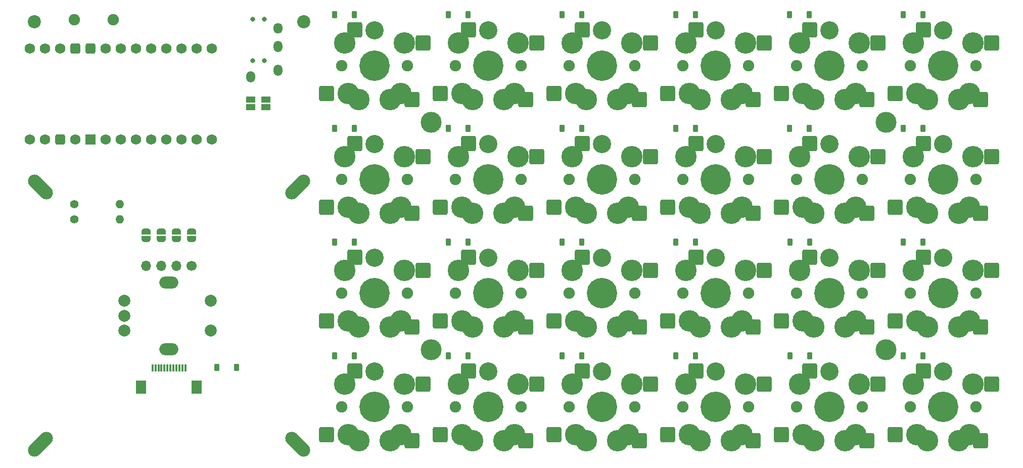
<source format=gbr>
%TF.GenerationSoftware,KiCad,Pcbnew,7.0.5*%
%TF.CreationDate,2024-08-02T10:00:01+08:00*%
%TF.ProjectId,TPS,5450532e-6b69-4636-9164-5f7063625858,rev?*%
%TF.SameCoordinates,Original*%
%TF.FileFunction,Soldermask,Bot*%
%TF.FilePolarity,Negative*%
%FSLAX46Y46*%
G04 Gerber Fmt 4.6, Leading zero omitted, Abs format (unit mm)*
G04 Created by KiCad (PCBNEW 7.0.5) date 2024-08-02 10:00:01*
%MOMM*%
%LPD*%
G01*
G04 APERTURE LIST*
G04 Aperture macros list*
%AMRoundRect*
0 Rectangle with rounded corners*
0 $1 Rounding radius*
0 $2 $3 $4 $5 $6 $7 $8 $9 X,Y pos of 4 corners*
0 Add a 4 corners polygon primitive as box body*
4,1,4,$2,$3,$4,$5,$6,$7,$8,$9,$2,$3,0*
0 Add four circle primitives for the rounded corners*
1,1,$1+$1,$2,$3*
1,1,$1+$1,$4,$5*
1,1,$1+$1,$6,$7*
1,1,$1+$1,$8,$9*
0 Add four rect primitives between the rounded corners*
20,1,$1+$1,$2,$3,$4,$5,0*
20,1,$1+$1,$4,$5,$6,$7,0*
20,1,$1+$1,$6,$7,$8,$9,0*
20,1,$1+$1,$8,$9,$2,$3,0*%
%AMHorizOval*
0 Thick line with rounded ends*
0 $1 width*
0 $2 $3 position (X,Y) of the first rounded end (center of the circle)*
0 $4 $5 position (X,Y) of the second rounded end (center of the circle)*
0 Add line between two ends*
20,1,$1,$2,$3,$4,$5,0*
0 Add two circle primitives to create the rounded ends*
1,1,$1,$2,$3*
1,1,$1,$4,$5*%
%AMOutline4P*
0 Free polygon, 4 corners , with rotation*
0 The origin of the aperture is its center*
0 number of corners: always 4*
0 $1 to $8 corner X, Y*
0 $9 Rotation angle, in degrees counterclockwise*
0 create outline with 4 corners*
4,1,4,$1,$2,$3,$4,$5,$6,$7,$8,$1,$2,$9*%
%AMFreePoly0*
4,1,19,0.500000,-0.750000,0.000000,-0.750000,0.000000,-0.744911,-0.071157,-0.744911,-0.207708,-0.704816,-0.327430,-0.627875,-0.420627,-0.520320,-0.479746,-0.390866,-0.500000,-0.250000,-0.500000,0.250000,-0.479746,0.390866,-0.420627,0.520320,-0.327430,0.627875,-0.207708,0.704816,-0.071157,0.744911,0.000000,0.744911,0.000000,0.750000,0.500000,0.750000,0.500000,-0.750000,0.500000,-0.750000,
$1*%
%AMFreePoly1*
4,1,19,0.000000,0.744911,0.071157,0.744911,0.207708,0.704816,0.327430,0.627875,0.420627,0.520320,0.479746,0.390866,0.500000,0.250000,0.500000,-0.250000,0.479746,-0.390866,0.420627,-0.520320,0.327430,-0.627875,0.207708,-0.704816,0.071157,-0.744911,0.000000,-0.744911,0.000000,-0.750000,-0.500000,-0.750000,-0.500000,0.750000,0.000000,0.750000,0.000000,0.744911,0.000000,0.744911,
$1*%
G04 Aperture macros list end*
%ADD10C,1.900000*%
%ADD11C,3.050000*%
%ADD12C,5.100000*%
%ADD13C,3.600000*%
%ADD14RoundRect,0.250000X-1.000000X-1.000000X1.000000X-1.000000X1.000000X1.000000X-1.000000X1.000000X0*%
%ADD15C,3.500000*%
%ADD16RoundRect,0.225000X-0.225000X-0.375000X0.225000X-0.375000X0.225000X0.375000X-0.225000X0.375000X0*%
%ADD17HorizOval,2.200000X0.989949X0.989949X-0.989949X-0.989949X0*%
%ADD18C,2.200000*%
%ADD19C,0.800000*%
%ADD20O,1.500000X1.900000*%
%ADD21O,1.500000X1.800000*%
%ADD22O,3.200000X2.000000*%
%ADD23C,2.000000*%
%ADD24C,1.400000*%
%ADD25O,1.400000X1.400000*%
%ADD26HorizOval,2.200000X-0.989949X-0.989949X0.989949X0.989949X0*%
%ADD27HorizOval,2.200000X-0.989949X0.989949X0.989949X-0.989949X0*%
%ADD28C,1.700000*%
%ADD29O,1.700000X1.700000*%
%ADD30FreePoly0,90.000000*%
%ADD31FreePoly1,90.000000*%
%ADD32R,1.500000X1.000000*%
%ADD33R,1.800000X2.200000*%
%ADD34R,0.300000X1.300000*%
%ADD35C,1.752600*%
%ADD36RoundRect,0.438150X-0.438150X-0.438150X0.438150X-0.438150X0.438150X0.438150X-0.438150X0.438150X0*%
%ADD37Outline4P,-0.876300X-0.876300X0.876300X-0.876300X0.876300X0.876300X-0.876300X0.876300X0.000000*%
G04 APERTURE END LIST*
D10*
%TO.C,SW16*%
X149300000Y-95675000D03*
D11*
X154800000Y-89775000D03*
D12*
X154800000Y-95675000D03*
D10*
X160300000Y-95675000D03*
D13*
X157400000Y-101425000D03*
X159200000Y-100375000D03*
X159800000Y-91875000D03*
D14*
X161075000Y-101425000D03*
X162900000Y-91875000D03*
X146760000Y-100375000D03*
D13*
X149800000Y-91875000D03*
X150400000Y-100375000D03*
D14*
X151500000Y-89675000D03*
D13*
X152200000Y-101425000D03*
%TD*%
D10*
%TO.C,SW3*%
X92150000Y-76625000D03*
D11*
X97650000Y-70725000D03*
D12*
X97650000Y-76625000D03*
D10*
X103150000Y-76625000D03*
D13*
X100250000Y-82375000D03*
X102050000Y-81325000D03*
X102650000Y-72825000D03*
D14*
X103925000Y-82375000D03*
X105750000Y-72825000D03*
X89610000Y-81325000D03*
D13*
X92650000Y-72825000D03*
X93250000Y-81325000D03*
D14*
X94350000Y-70625000D03*
D13*
X95050000Y-82375000D03*
%TD*%
D10*
%TO.C,SW4*%
X92150000Y-95675000D03*
D11*
X97650000Y-89775000D03*
D12*
X97650000Y-95675000D03*
D10*
X103150000Y-95675000D03*
D13*
X100250000Y-101425000D03*
X102050000Y-100375000D03*
X102650000Y-91875000D03*
D14*
X103925000Y-101425000D03*
X105750000Y-91875000D03*
X89610000Y-100375000D03*
D13*
X92650000Y-91875000D03*
X93250000Y-100375000D03*
D14*
X94350000Y-89675000D03*
D13*
X95050000Y-101425000D03*
%TD*%
D10*
%TO.C,SW1*%
X92150000Y-38525000D03*
D11*
X97650000Y-32625000D03*
D12*
X97650000Y-38525000D03*
D10*
X103150000Y-38525000D03*
D13*
X100250000Y-44275000D03*
X102050000Y-43225000D03*
X102650000Y-34725000D03*
D14*
X103925000Y-44275000D03*
X105750000Y-34725000D03*
X89610000Y-43225000D03*
D13*
X92650000Y-34725000D03*
X93250000Y-43225000D03*
D14*
X94350000Y-32525000D03*
D13*
X95050000Y-44275000D03*
%TD*%
D10*
%TO.C,SW7*%
X111200000Y-76625000D03*
D11*
X116700000Y-70725000D03*
D12*
X116700000Y-76625000D03*
D10*
X122200000Y-76625000D03*
D13*
X119300000Y-82375000D03*
X121100000Y-81325000D03*
X121700000Y-72825000D03*
D14*
X122975000Y-82375000D03*
X124800000Y-72825000D03*
X108660000Y-81325000D03*
D13*
X111700000Y-72825000D03*
X112300000Y-81325000D03*
D14*
X113400000Y-70625000D03*
D13*
X114100000Y-82375000D03*
%TD*%
D10*
%TO.C,SW9*%
X130250000Y-38525000D03*
D11*
X135750000Y-32625000D03*
D12*
X135750000Y-38525000D03*
D10*
X141250000Y-38525000D03*
D13*
X138350000Y-44275000D03*
X140150000Y-43225000D03*
X140750000Y-34725000D03*
D14*
X142025000Y-44275000D03*
X143850000Y-34725000D03*
X127710000Y-43225000D03*
D13*
X130750000Y-34725000D03*
X131350000Y-43225000D03*
D14*
X132450000Y-32525000D03*
D13*
X133150000Y-44275000D03*
%TD*%
D10*
%TO.C,SW17*%
X168350000Y-38525000D03*
D11*
X173850000Y-32625000D03*
D12*
X173850000Y-38525000D03*
D10*
X179350000Y-38525000D03*
D13*
X176450000Y-44275000D03*
X178250000Y-43225000D03*
X178850000Y-34725000D03*
D14*
X180125000Y-44275000D03*
X181950000Y-34725000D03*
X165810000Y-43225000D03*
D13*
X168850000Y-34725000D03*
X169450000Y-43225000D03*
D14*
X170550000Y-32525000D03*
D13*
X171250000Y-44275000D03*
%TD*%
D10*
%TO.C,SW22*%
X187400000Y-57575000D03*
D11*
X192900000Y-51675000D03*
D12*
X192900000Y-57575000D03*
D10*
X198400000Y-57575000D03*
D13*
X195500000Y-63325000D03*
X197300000Y-62275000D03*
X197900000Y-53775000D03*
D14*
X199175000Y-63325000D03*
X201000000Y-53775000D03*
X184860000Y-62275000D03*
D13*
X187900000Y-53775000D03*
X188500000Y-62275000D03*
D14*
X189600000Y-51575000D03*
D13*
X190300000Y-63325000D03*
%TD*%
D10*
%TO.C,SW21*%
X187400000Y-38525000D03*
D11*
X192900000Y-32625000D03*
D12*
X192900000Y-38525000D03*
D10*
X198400000Y-38525000D03*
D13*
X195500000Y-44275000D03*
X197300000Y-43225000D03*
X197900000Y-34725000D03*
D14*
X199175000Y-44275000D03*
X201000000Y-34725000D03*
X184860000Y-43225000D03*
D13*
X187900000Y-34725000D03*
X188500000Y-43225000D03*
D14*
X189600000Y-32525000D03*
D13*
X190300000Y-44275000D03*
%TD*%
D10*
%TO.C,SW23*%
X187400000Y-76625000D03*
D11*
X192900000Y-70725000D03*
D12*
X192900000Y-76625000D03*
D10*
X198400000Y-76625000D03*
D13*
X195500000Y-82375000D03*
X197300000Y-81325000D03*
X197900000Y-72825000D03*
D14*
X199175000Y-82375000D03*
X201000000Y-72825000D03*
X184860000Y-81325000D03*
D13*
X187900000Y-72825000D03*
X188500000Y-81325000D03*
D14*
X189600000Y-70625000D03*
D13*
X190300000Y-82375000D03*
%TD*%
D10*
%TO.C,SW18*%
X168350000Y-57575000D03*
D11*
X173850000Y-51675000D03*
D12*
X173850000Y-57575000D03*
D10*
X179350000Y-57575000D03*
D13*
X176450000Y-63325000D03*
X178250000Y-62275000D03*
X178850000Y-53775000D03*
D14*
X180125000Y-63325000D03*
X181950000Y-53775000D03*
X165810000Y-62275000D03*
D13*
X168850000Y-53775000D03*
X169450000Y-62275000D03*
D14*
X170550000Y-51575000D03*
D13*
X171250000Y-63325000D03*
%TD*%
D10*
%TO.C,SW13*%
X149300000Y-38525000D03*
D11*
X154800000Y-32625000D03*
D12*
X154800000Y-38525000D03*
D10*
X160300000Y-38525000D03*
D13*
X157400000Y-44275000D03*
X159200000Y-43225000D03*
X159800000Y-34725000D03*
D14*
X161075000Y-44275000D03*
X162900000Y-34725000D03*
X146760000Y-43225000D03*
D13*
X149800000Y-34725000D03*
X150400000Y-43225000D03*
D14*
X151500000Y-32525000D03*
D13*
X152200000Y-44275000D03*
%TD*%
D10*
%TO.C,SW12*%
X130250000Y-95675000D03*
D11*
X135750000Y-89775000D03*
D12*
X135750000Y-95675000D03*
D10*
X141250000Y-95675000D03*
D13*
X138350000Y-101425000D03*
X140150000Y-100375000D03*
X140750000Y-91875000D03*
D14*
X142025000Y-101425000D03*
X143850000Y-91875000D03*
X127710000Y-100375000D03*
D13*
X130750000Y-91875000D03*
X131350000Y-100375000D03*
D14*
X132450000Y-89675000D03*
D13*
X133150000Y-101425000D03*
%TD*%
D10*
%TO.C,SW14*%
X149300000Y-57575000D03*
D11*
X154800000Y-51675000D03*
D12*
X154800000Y-57575000D03*
D10*
X160300000Y-57575000D03*
D13*
X157400000Y-63325000D03*
X159200000Y-62275000D03*
X159800000Y-53775000D03*
D14*
X161075000Y-63325000D03*
X162900000Y-53775000D03*
X146760000Y-62275000D03*
D13*
X149800000Y-53775000D03*
X150400000Y-62275000D03*
D14*
X151500000Y-51575000D03*
D13*
X152200000Y-63325000D03*
%TD*%
D10*
%TO.C,SW5*%
X111200000Y-38525000D03*
D11*
X116700000Y-32625000D03*
D12*
X116700000Y-38525000D03*
D10*
X122200000Y-38525000D03*
D13*
X119300000Y-44275000D03*
X121100000Y-43225000D03*
X121700000Y-34725000D03*
D14*
X122975000Y-44275000D03*
X124800000Y-34725000D03*
X108660000Y-43225000D03*
D13*
X111700000Y-34725000D03*
X112300000Y-43225000D03*
D14*
X113400000Y-32525000D03*
D13*
X114100000Y-44275000D03*
%TD*%
D10*
%TO.C,SW11*%
X130250000Y-76625000D03*
D11*
X135750000Y-70725000D03*
D12*
X135750000Y-76625000D03*
D10*
X141250000Y-76625000D03*
D13*
X138350000Y-82375000D03*
X140150000Y-81325000D03*
X140750000Y-72825000D03*
D14*
X142025000Y-82375000D03*
X143850000Y-72825000D03*
X127710000Y-81325000D03*
D13*
X130750000Y-72825000D03*
X131350000Y-81325000D03*
D14*
X132450000Y-70625000D03*
D13*
X133150000Y-82375000D03*
%TD*%
D10*
%TO.C,SW20*%
X168350000Y-95675000D03*
D11*
X173850000Y-89775000D03*
D12*
X173850000Y-95675000D03*
D10*
X179350000Y-95675000D03*
D13*
X176450000Y-101425000D03*
X178250000Y-100375000D03*
X178850000Y-91875000D03*
D14*
X180125000Y-101425000D03*
X181950000Y-91875000D03*
X165810000Y-100375000D03*
D13*
X168850000Y-91875000D03*
X169450000Y-100375000D03*
D14*
X170550000Y-89675000D03*
D13*
X171250000Y-101425000D03*
%TD*%
D10*
%TO.C,SW15*%
X149300000Y-76625000D03*
D11*
X154800000Y-70725000D03*
D12*
X154800000Y-76625000D03*
D10*
X160300000Y-76625000D03*
D13*
X157400000Y-82375000D03*
X159200000Y-81325000D03*
X159800000Y-72825000D03*
D14*
X161075000Y-82375000D03*
X162900000Y-72825000D03*
X146760000Y-81325000D03*
D13*
X149800000Y-72825000D03*
X150400000Y-81325000D03*
D14*
X151500000Y-70625000D03*
D13*
X152200000Y-82375000D03*
%TD*%
D10*
%TO.C,SW10*%
X130250000Y-57575000D03*
D11*
X135750000Y-51675000D03*
D12*
X135750000Y-57575000D03*
D10*
X141250000Y-57575000D03*
D13*
X138350000Y-63325000D03*
X140150000Y-62275000D03*
X140750000Y-53775000D03*
D14*
X142025000Y-63325000D03*
X143850000Y-53775000D03*
X127710000Y-62275000D03*
D13*
X130750000Y-53775000D03*
X131350000Y-62275000D03*
D14*
X132450000Y-51575000D03*
D13*
X133150000Y-63325000D03*
%TD*%
D10*
%TO.C,SW6*%
X111200000Y-57575000D03*
D11*
X116700000Y-51675000D03*
D12*
X116700000Y-57575000D03*
D10*
X122200000Y-57575000D03*
D13*
X119300000Y-63325000D03*
X121100000Y-62275000D03*
X121700000Y-53775000D03*
D14*
X122975000Y-63325000D03*
X124800000Y-53775000D03*
X108660000Y-62275000D03*
D13*
X111700000Y-53775000D03*
X112300000Y-62275000D03*
D14*
X113400000Y-51575000D03*
D13*
X114100000Y-63325000D03*
%TD*%
D10*
%TO.C,SW2*%
X92150000Y-57575000D03*
D11*
X97650000Y-51675000D03*
D12*
X97650000Y-57575000D03*
D10*
X103150000Y-57575000D03*
D13*
X100250000Y-63325000D03*
X102050000Y-62275000D03*
X102650000Y-53775000D03*
D14*
X103925000Y-63325000D03*
X105750000Y-53775000D03*
X89610000Y-62275000D03*
D13*
X92650000Y-53775000D03*
X93250000Y-62275000D03*
D14*
X94350000Y-51575000D03*
D13*
X95050000Y-63325000D03*
%TD*%
D10*
%TO.C,SW24*%
X187400000Y-95675000D03*
D11*
X192900000Y-89775000D03*
D12*
X192900000Y-95675000D03*
D10*
X198400000Y-95675000D03*
D13*
X195500000Y-101425000D03*
X197300000Y-100375000D03*
X197900000Y-91875000D03*
D14*
X199175000Y-101425000D03*
X201000000Y-91875000D03*
X184860000Y-100375000D03*
D13*
X187900000Y-91875000D03*
X188500000Y-100375000D03*
D14*
X189600000Y-89675000D03*
D13*
X190300000Y-101425000D03*
%TD*%
D10*
%TO.C,SW8*%
X111200000Y-95675000D03*
D11*
X116700000Y-89775000D03*
D12*
X116700000Y-95675000D03*
D10*
X122200000Y-95675000D03*
D13*
X119300000Y-101425000D03*
X121100000Y-100375000D03*
X121700000Y-91875000D03*
D14*
X122975000Y-101425000D03*
X124800000Y-91875000D03*
X108660000Y-100375000D03*
D13*
X111700000Y-91875000D03*
X112300000Y-100375000D03*
D14*
X113400000Y-89675000D03*
D13*
X114100000Y-101425000D03*
%TD*%
D10*
%TO.C,SW19*%
X168350000Y-76625000D03*
D11*
X173850000Y-70725000D03*
D12*
X173850000Y-76625000D03*
D10*
X179350000Y-76625000D03*
D13*
X176450000Y-82375000D03*
X178250000Y-81325000D03*
X178850000Y-72825000D03*
D14*
X180125000Y-82375000D03*
X181950000Y-72825000D03*
X165810000Y-81325000D03*
D13*
X168850000Y-72825000D03*
X169450000Y-81325000D03*
D14*
X170550000Y-70625000D03*
D13*
X171250000Y-82375000D03*
%TD*%
D15*
%TO.C,H4*%
X183375000Y-86150000D03*
%TD*%
D16*
%TO.C,D13*%
X151400000Y-30000000D03*
X148100000Y-30000000D03*
%TD*%
D17*
%TO.C,H10*%
X84775000Y-58886000D03*
%TD*%
D16*
%TO.C,D20*%
X170580000Y-87150000D03*
X167280000Y-87150000D03*
%TD*%
D18*
%TO.C,H7*%
X85775000Y-31200000D03*
%TD*%
D16*
%TO.C,D1*%
X94250000Y-30000000D03*
X90950000Y-30000000D03*
%TD*%
D15*
%TO.C,H1*%
X107175000Y-48050000D03*
%TD*%
D16*
%TO.C,D18*%
X170450000Y-49050000D03*
X167150000Y-49050000D03*
%TD*%
%TO.C,D22*%
X189500000Y-49050000D03*
X186200000Y-49050000D03*
%TD*%
%TO.C,D6*%
X113300000Y-49050000D03*
X110000000Y-49050000D03*
%TD*%
D19*
%TO.C,T1*%
X77214000Y-30750000D03*
X77214000Y-37750000D03*
X79214000Y-30750000D03*
X79214000Y-37750000D03*
D20*
X81514000Y-39350000D03*
D21*
X81514000Y-32302000D03*
D20*
X81514000Y-35350000D03*
X76914000Y-40450000D03*
%TD*%
D15*
%TO.C,H2*%
X107175000Y-86150000D03*
%TD*%
D16*
%TO.C,D2*%
X94250000Y-49050000D03*
X90950000Y-49050000D03*
%TD*%
%TO.C,D7*%
X113300000Y-68100000D03*
X110000000Y-68100000D03*
%TD*%
D18*
%TO.C,H6*%
X40661000Y-31200000D03*
%TD*%
D16*
%TO.C,D19*%
X170580000Y-68100000D03*
X167280000Y-68100000D03*
%TD*%
D15*
%TO.C,H3*%
X183375000Y-48050000D03*
%TD*%
D16*
%TO.C,D12*%
X132350000Y-87150000D03*
X129050000Y-87150000D03*
%TD*%
%TO.C,D25*%
X74571000Y-89075000D03*
X71271000Y-89075000D03*
%TD*%
%TO.C,D4*%
X94250000Y-87150000D03*
X90950000Y-87150000D03*
%TD*%
%TO.C,D14*%
X151400000Y-49050000D03*
X148100000Y-49050000D03*
%TD*%
%TO.C,D11*%
X132350000Y-68100000D03*
X129050000Y-68100000D03*
%TD*%
%TO.C,D10*%
X132350000Y-49050000D03*
X129050000Y-49050000D03*
%TD*%
D22*
%TO.C,SW25*%
X63218000Y-74843000D03*
X63218000Y-86043000D03*
D23*
X55718000Y-77943000D03*
X55718000Y-82943000D03*
X55718000Y-80443000D03*
X70218000Y-77943000D03*
X70218000Y-82943000D03*
%TD*%
D24*
%TO.C,R1*%
X47351000Y-64293000D03*
D25*
X54971000Y-64293000D03*
%TD*%
D26*
%TO.C,H9*%
X41661000Y-102000000D03*
%TD*%
D16*
%TO.C,D16*%
X151400000Y-87150000D03*
X148100000Y-87150000D03*
%TD*%
%TO.C,D17*%
X170450000Y-30000000D03*
X167150000Y-30000000D03*
%TD*%
D10*
%TO.C,RST1*%
X53851000Y-30823000D03*
X47351000Y-30823000D03*
%TD*%
D16*
%TO.C,D3*%
X94250000Y-68100000D03*
X90950000Y-68100000D03*
%TD*%
%TO.C,D15*%
X151400000Y-68100000D03*
X148100000Y-68100000D03*
%TD*%
D27*
%TO.C,H8*%
X41661000Y-58886000D03*
%TD*%
D16*
%TO.C,D8*%
X113300000Y-87150000D03*
X110000000Y-87150000D03*
%TD*%
%TO.C,D9*%
X132350000Y-30000000D03*
X129050000Y-30000000D03*
%TD*%
%TO.C,D24*%
X189500000Y-87150000D03*
X186200000Y-87150000D03*
%TD*%
D28*
%TO.C,J1*%
X67027500Y-72073000D03*
D29*
X64487500Y-72073000D03*
X61947500Y-72073000D03*
X59407500Y-72073000D03*
%TD*%
D27*
%TO.C,H11*%
X84775000Y-102000000D03*
%TD*%
D24*
%TO.C,R2*%
X47351000Y-61753000D03*
D25*
X54971000Y-61753000D03*
%TD*%
D16*
%TO.C,D21*%
X189500000Y-30000000D03*
X186200000Y-30000000D03*
%TD*%
%TO.C,D5*%
X113300000Y-30000000D03*
X110000000Y-30000000D03*
%TD*%
%TO.C,D23*%
X189500000Y-68100000D03*
X186200000Y-68100000D03*
%TD*%
D30*
%TO.C,JP9*%
X67027500Y-67643000D03*
D31*
X67027500Y-66343000D03*
%TD*%
D30*
%TO.C,JP12*%
X59407500Y-67643000D03*
D31*
X59407500Y-66343000D03*
%TD*%
D32*
%TO.C,JP3*%
X76944000Y-45500000D03*
X76944000Y-44200000D03*
%TD*%
D30*
%TO.C,JP11*%
X61947500Y-67643000D03*
D31*
X61947500Y-66343000D03*
%TD*%
D30*
%TO.C,JP10*%
X64487500Y-67643000D03*
D31*
X64487500Y-66343000D03*
%TD*%
D32*
%TO.C,JP4*%
X79484000Y-45500000D03*
X79484000Y-44200000D03*
%TD*%
D33*
%TO.C,J3*%
X67868000Y-92443000D03*
X58568000Y-92443000D03*
D34*
X65968000Y-89193000D03*
X65468000Y-89193000D03*
X64968000Y-89193000D03*
X64468000Y-89193000D03*
X63968000Y-89193000D03*
X63468000Y-89193000D03*
X62968000Y-89193000D03*
X62468000Y-89193000D03*
X61968000Y-89193000D03*
X61468000Y-89193000D03*
X60968000Y-89193000D03*
X60468000Y-89193000D03*
%TD*%
D35*
%TO.C,U1*%
X39881000Y-35681000D03*
X42421000Y-35681000D03*
X44961000Y-35681000D03*
D36*
X47501000Y-35681000D03*
X50041000Y-35681000D03*
D35*
X52581000Y-35681000D03*
X55121000Y-35681000D03*
X57661000Y-35681000D03*
X60201000Y-35681000D03*
X62741000Y-35681000D03*
X65281000Y-35681000D03*
X67821000Y-35681000D03*
X70361000Y-35681000D03*
X70361000Y-50921000D03*
X67821000Y-50921000D03*
X65281000Y-50921000D03*
X62741000Y-50921000D03*
X60201000Y-50921000D03*
X57661000Y-50921000D03*
X55121000Y-50921000D03*
X52581000Y-50921000D03*
D37*
X50041000Y-50921000D03*
D35*
X47501000Y-50921000D03*
D36*
X44961000Y-50921000D03*
D35*
X42421000Y-50921000D03*
X39881000Y-50921000D03*
%TD*%
M02*

</source>
